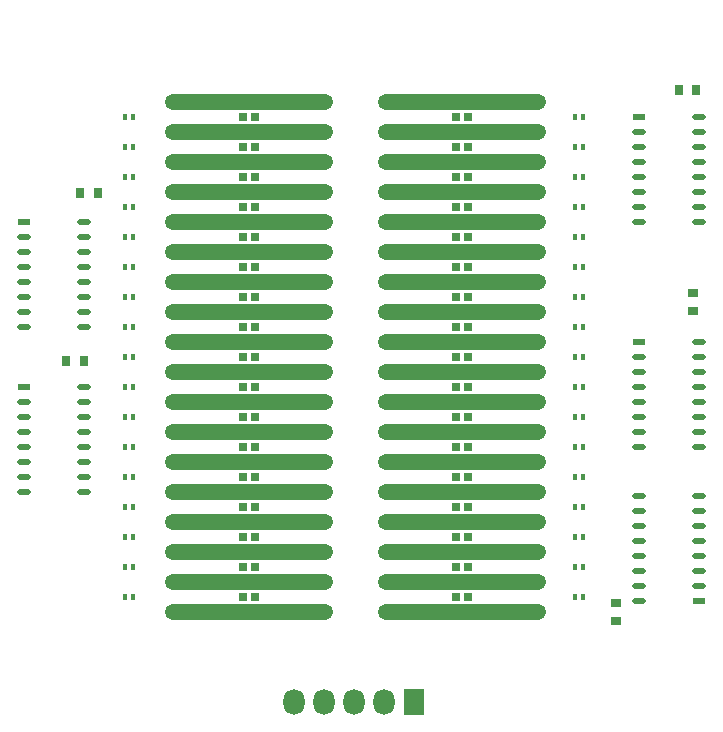
<source format=gts>
G04*
G04 #@! TF.GenerationSoftware,Altium Limited,Altium Designer,18.1.7 (191)*
G04*
G04 Layer_Color=8388736*
%FSLAX44Y44*%
%MOMM*%
G71*
G01*
G75*
%ADD21R,0.9400X0.6400*%
%ADD22R,0.6400X0.9400*%
%ADD23R,0.6400X0.7400*%
%ADD24R,0.3400X0.5400*%
%ADD25O,1.1400X0.5500*%
%ADD26R,1.1400X0.5500*%
G04:AMPARAMS|DCode=27|XSize=14.2mm|YSize=1.4mm|CornerRadius=0.7mm|HoleSize=0mm|Usage=FLASHONLY|Rotation=0.000|XOffset=0mm|YOffset=0mm|HoleType=Round|Shape=RoundedRectangle|*
%AMROUNDEDRECTD27*
21,1,14.2000,0.0000,0,0,0.0*
21,1,12.8000,1.4000,0,0,0.0*
1,1,1.4000,6.4000,0.0000*
1,1,1.4000,-6.4000,0.0000*
1,1,1.4000,-6.4000,0.0000*
1,1,1.4000,6.4000,0.0000*
%
%ADD27ROUNDEDRECTD27*%
%ADD28O,1.8000X2.2000*%
%ADD29R,1.8000X2.2000*%
D21*
X1238250Y552990D02*
D03*
Y537990D02*
D03*
X1303020Y800830D02*
D03*
Y815830D02*
D03*
D22*
X1290846Y988060D02*
D03*
X1305846D02*
D03*
X787280Y758190D02*
D03*
X772280D02*
D03*
X784218Y900430D02*
D03*
X799218D02*
D03*
D23*
X922350Y965200D02*
D03*
X931850D02*
D03*
X922350Y939800D02*
D03*
X931850D02*
D03*
X922350Y914400D02*
D03*
X931850D02*
D03*
X922350Y889000D02*
D03*
X931850D02*
D03*
X922350Y863600D02*
D03*
X931850D02*
D03*
X922350Y838200D02*
D03*
X931850D02*
D03*
X922350Y812800D02*
D03*
X931850D02*
D03*
X922350Y787400D02*
D03*
X931850D02*
D03*
X922350Y762000D02*
D03*
X931850D02*
D03*
X922350Y736600D02*
D03*
X931850D02*
D03*
X922350Y711200D02*
D03*
X931850D02*
D03*
X922350Y685800D02*
D03*
X931850D02*
D03*
X922350Y660400D02*
D03*
X931850D02*
D03*
X922350Y635000D02*
D03*
X931850D02*
D03*
X922350Y609600D02*
D03*
X931850D02*
D03*
X922350Y584200D02*
D03*
X931850D02*
D03*
X922350Y558800D02*
D03*
X931850D02*
D03*
X1112190Y965200D02*
D03*
X1102690D02*
D03*
X1112190Y939800D02*
D03*
X1102690D02*
D03*
X1112190Y914400D02*
D03*
X1102690D02*
D03*
X1112190Y889000D02*
D03*
X1102690D02*
D03*
X1112190Y863600D02*
D03*
X1102690D02*
D03*
X1112190Y838200D02*
D03*
X1102690D02*
D03*
X1112190Y812800D02*
D03*
X1102690D02*
D03*
X1112190Y787400D02*
D03*
X1102690D02*
D03*
X1112190Y762000D02*
D03*
X1102690D02*
D03*
X1112190Y736600D02*
D03*
X1102690D02*
D03*
X1112190Y711200D02*
D03*
X1102690D02*
D03*
X1112190Y685800D02*
D03*
X1102690D02*
D03*
X1112190Y660400D02*
D03*
X1102690D02*
D03*
X1112190Y635000D02*
D03*
X1102690D02*
D03*
X1112190Y609600D02*
D03*
X1102690D02*
D03*
X1112190Y584200D02*
D03*
X1102690D02*
D03*
X1112190Y558800D02*
D03*
X1102690D02*
D03*
D24*
X822000Y965200D02*
D03*
X829000D02*
D03*
X822000Y939800D02*
D03*
X829000D02*
D03*
X822000Y914400D02*
D03*
X829000D02*
D03*
X822000Y889000D02*
D03*
X829000D02*
D03*
X822000Y863600D02*
D03*
X829000D02*
D03*
X822000Y838200D02*
D03*
X829000D02*
D03*
X822000Y812800D02*
D03*
X829000D02*
D03*
X822000Y787400D02*
D03*
X829000D02*
D03*
X822000Y762000D02*
D03*
X829000D02*
D03*
X822000Y736600D02*
D03*
X829000D02*
D03*
X822000Y711200D02*
D03*
X829000D02*
D03*
X822000Y685800D02*
D03*
X829000D02*
D03*
X822000Y660400D02*
D03*
X829000D02*
D03*
X822000Y635000D02*
D03*
X829000D02*
D03*
X822000Y609600D02*
D03*
X829000D02*
D03*
X822000Y584200D02*
D03*
X829000D02*
D03*
X822000Y558800D02*
D03*
X829000D02*
D03*
X1210000Y965200D02*
D03*
X1203000D02*
D03*
X1210000Y939800D02*
D03*
X1203000D02*
D03*
X1210000Y914400D02*
D03*
X1203000D02*
D03*
X1210000Y889000D02*
D03*
X1203000D02*
D03*
X1210000Y863600D02*
D03*
X1203000D02*
D03*
X1210000Y838200D02*
D03*
X1203000D02*
D03*
X1210000Y812800D02*
D03*
X1203000D02*
D03*
X1210000Y787400D02*
D03*
X1203000D02*
D03*
X1210000Y762000D02*
D03*
X1203000D02*
D03*
X1210000Y736600D02*
D03*
X1203000D02*
D03*
X1210000Y711200D02*
D03*
X1203000D02*
D03*
X1210000Y685800D02*
D03*
X1203000D02*
D03*
X1210000Y660400D02*
D03*
X1203000D02*
D03*
X1210000Y635000D02*
D03*
X1203000D02*
D03*
X1210000Y609600D02*
D03*
X1203000D02*
D03*
X1210000Y584200D02*
D03*
X1203000D02*
D03*
X1210000Y558800D02*
D03*
X1203000D02*
D03*
D25*
X787600Y647700D02*
D03*
Y660400D02*
D03*
Y673100D02*
D03*
Y685800D02*
D03*
Y698500D02*
D03*
Y711200D02*
D03*
Y723900D02*
D03*
Y736600D02*
D03*
X736600Y647700D02*
D03*
Y660400D02*
D03*
Y673100D02*
D03*
Y685800D02*
D03*
Y698500D02*
D03*
Y711200D02*
D03*
Y723900D02*
D03*
X1308300Y876300D02*
D03*
Y889000D02*
D03*
Y901700D02*
D03*
Y914400D02*
D03*
Y927100D02*
D03*
Y939800D02*
D03*
Y952500D02*
D03*
Y965200D02*
D03*
X1257300Y876300D02*
D03*
Y889000D02*
D03*
Y901700D02*
D03*
Y914400D02*
D03*
Y927100D02*
D03*
Y939800D02*
D03*
Y952500D02*
D03*
X1308300Y685800D02*
D03*
Y698500D02*
D03*
Y711200D02*
D03*
Y723900D02*
D03*
Y736600D02*
D03*
Y749300D02*
D03*
Y762000D02*
D03*
Y774700D02*
D03*
X1257300Y685800D02*
D03*
Y698500D02*
D03*
Y711200D02*
D03*
Y723900D02*
D03*
Y736600D02*
D03*
Y749300D02*
D03*
Y762000D02*
D03*
Y643890D02*
D03*
Y631190D02*
D03*
Y618490D02*
D03*
Y605790D02*
D03*
Y593090D02*
D03*
Y580390D02*
D03*
Y567690D02*
D03*
Y554990D02*
D03*
X1308300Y643890D02*
D03*
Y631190D02*
D03*
Y618490D02*
D03*
Y605790D02*
D03*
Y593090D02*
D03*
Y580390D02*
D03*
Y567690D02*
D03*
X787600Y787400D02*
D03*
Y800100D02*
D03*
Y812800D02*
D03*
Y825500D02*
D03*
Y838200D02*
D03*
Y850900D02*
D03*
Y863600D02*
D03*
Y876300D02*
D03*
X736600Y787400D02*
D03*
Y800100D02*
D03*
Y812800D02*
D03*
Y825500D02*
D03*
Y838200D02*
D03*
Y850900D02*
D03*
Y863600D02*
D03*
D26*
Y736600D02*
D03*
X1257300Y965200D02*
D03*
Y774700D02*
D03*
X1308300Y554990D02*
D03*
X736600Y876300D02*
D03*
D27*
X1107440Y952500D02*
D03*
Y977900D02*
D03*
Y927100D02*
D03*
Y901700D02*
D03*
Y876300D02*
D03*
Y850900D02*
D03*
Y825500D02*
D03*
Y800100D02*
D03*
Y774700D02*
D03*
Y749300D02*
D03*
Y723900D02*
D03*
Y698500D02*
D03*
Y673100D02*
D03*
Y647700D02*
D03*
Y622300D02*
D03*
Y596900D02*
D03*
X927100D02*
D03*
Y622300D02*
D03*
Y647700D02*
D03*
Y673100D02*
D03*
Y698500D02*
D03*
Y723900D02*
D03*
Y749300D02*
D03*
Y774700D02*
D03*
Y800100D02*
D03*
Y825500D02*
D03*
Y850900D02*
D03*
Y876300D02*
D03*
Y901700D02*
D03*
Y927100D02*
D03*
Y977900D02*
D03*
Y952500D02*
D03*
Y571500D02*
D03*
Y546100D02*
D03*
X1107440D02*
D03*
Y571500D02*
D03*
D28*
X965200Y469900D02*
D03*
X990600D02*
D03*
X1016000D02*
D03*
X1041400D02*
D03*
D29*
X1066800D02*
D03*
M02*

</source>
